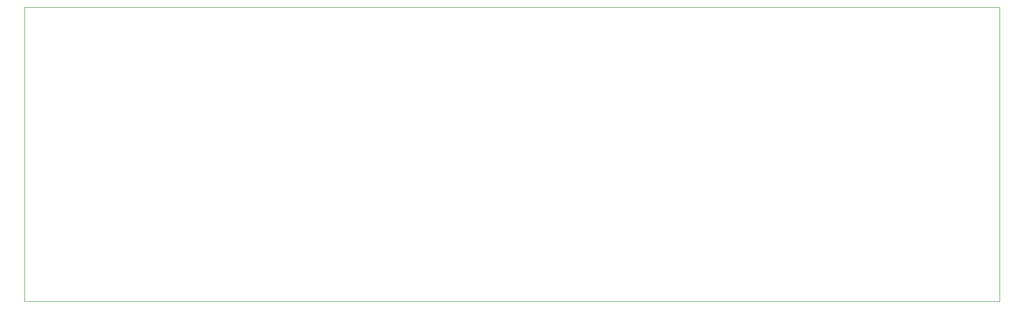
<source format=gbr>
G04 #@! TF.GenerationSoftware,KiCad,Pcbnew,5.1.7*
G04 #@! TF.CreationDate,2020-10-09T13:13:43+08:00*
G04 #@! TF.ProjectId,Nixie,4e697869-652e-46b6-9963-61645f706362,rev?*
G04 #@! TF.SameCoordinates,Original*
G04 #@! TF.FileFunction,Profile,NP*
%FSLAX46Y46*%
G04 Gerber Fmt 4.6, Leading zero omitted, Abs format (unit mm)*
G04 Created by KiCad (PCBNEW 5.1.7) date 2020-10-09 13:13:43*
%MOMM*%
%LPD*%
G01*
G04 APERTURE LIST*
G04 #@! TA.AperFunction,Profile*
%ADD10C,0.050000*%
G04 #@! TD*
G04 APERTURE END LIST*
D10*
X57848500Y-121666000D02*
X57848500Y-69596000D01*
X230060500Y-121666000D02*
X57848500Y-121666000D01*
X230060500Y-69596000D02*
X230060500Y-121666000D01*
X57848500Y-69596000D02*
X230060500Y-69596000D01*
M02*

</source>
